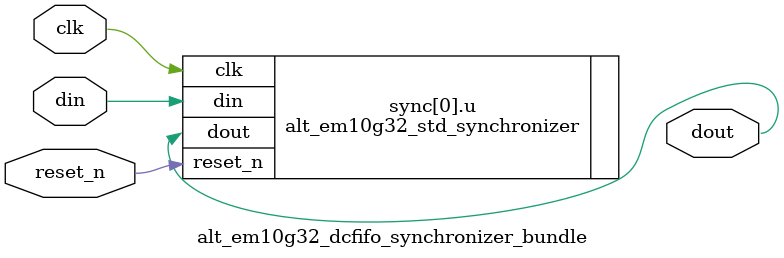
<source format=v>



`timescale 1 ns / 1 ns
module alt_em10g32_dcfifo_synchronizer_bundle(
				     clk,
				     reset_n,
				     din,
				     dout
				     );
   parameter WIDTH = 1;
   parameter DEPTH = 3;   
   
   input clk;
   input reset_n;
   input [WIDTH-1:0] din;
   output [WIDTH-1:0] dout;
   
   genvar i;
   
   generate
      for (i=0; i<WIDTH; i=i+1)
	begin : sync
	   alt_em10g32_std_synchronizer #(.depth(DEPTH))
                                   u (
				      .clk(clk), 
				      .reset_n(reset_n), 
				      .din(din[i]), 
				      .dout(dout[i])
				      );
	end
   endgenerate
   
endmodule 


</source>
